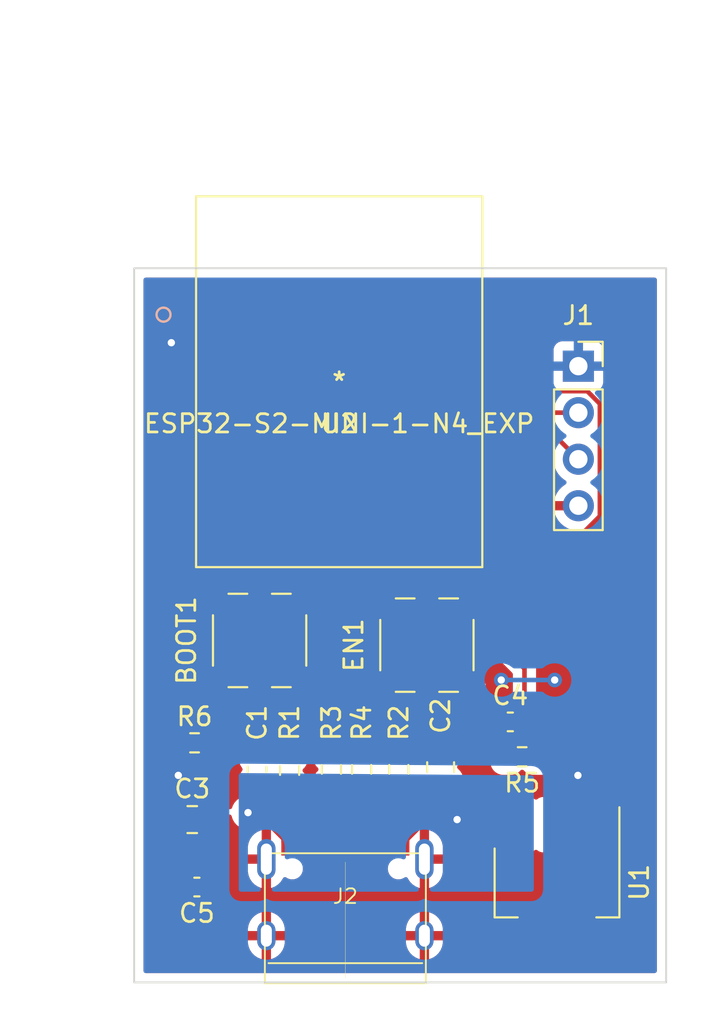
<source format=kicad_pcb>
(kicad_pcb (version 20211014) (generator pcbnew)
  (layers (0 "F.Cu" signal) (31 "B.Cu" signal) (34 "B.Paste" user) (35 "F.Paste" user) (36 "B.SilkS" user "B.Silkscreen") (37 "F.SilkS" user "F.Silkscreen") (38 "B.Mask" user) (39 "F.Mask" user) (44 "Edge.Cuts" user))
  (net 0 "")
  (net 1 "+5V")
  (net 2 "GND")
  (net 3 "+3V3")
  (net 4 "/ENABLE")
  (net 5 "/BOOT")
  (net 6 "Net-(J1-Pad2)")
  (net 7 "Net-(J1-Pad3)")
  (net 8 "Net-(J2-PadA5)")
  (net 9 "Net-(J2-PadA6)")
  (net 10 "Net-(J2-PadA7)")
  (net 12 "Net-(J2-PadB5)")
  (net 14 "USB_N")
  (net 15 "USB_P")
  (footprint "Resistor_SMD:R_0603_1608Metric" (layer "F.Cu") (at 153.543 122.301 180)
    (fp_text reference "R5" (at 0 -1.43) (layer "F.SilkS"))
    (fp_text value "10K")
    (fp_line (start -0.237258 0.5225) (end 0.237258 0.5225) (layer "F.SilkS") (width 0.12))
    (fp_line (start -0.237258 -0.5225) (end 0.237258 -0.5225) (layer "F.SilkS") (width 0.12))
    (pad "1" smd roundrect (at -0.825 0 180) (size 0.8 0.95) (layers "F.Cu" "F.Paste" "F.Mask") (net 3 "+3V3"))
    (pad "2" smd roundrect (at 0.825 0 180) (size 0.8 0.95) (layers "F.Cu" "F.Paste" "F.Mask") (net 4 "/ENABLE"))
  )
  (footprint "Capacitor_SMD:C_0805_2012Metric" (layer "F.Cu") (at 149.086 122.861 90)
    (fp_text reference "C2" (at 2.794 0 90) (layer "F.SilkS"))
    (fp_text value "10uF")
    (fp_line (start -0.261252 0.735) (end 0.261252 0.735) (layer "F.SilkS") (width 0.12))
    (fp_line (start -0.261252 -0.735) (end 0.261252 -0.735) (layer "F.SilkS") (width 0.12))
    (pad "1" smd roundrect (at -0.95 0 90) (size 1 1.45) (layers "F.Cu" "F.Paste" "F.Mask") (net 1 "+5V"))
    (pad "2" smd roundrect (at 0.95 0 90) (size 1 1.45) (layers "F.Cu" "F.Paste" "F.Mask") (net 2 "GND"))
  )
  (footprint "Capacitor_SMD:C_0603_1608Metric" (layer "F.Cu") (at 135.763 129.413 180)
    (fp_text reference "C5" (at 0 -1.43) (layer "F.SilkS"))
    (fp_text value "0.1uF")
    (fp_line (start -0.14058 0.51) (end 0.14058 0.51) (layer "F.SilkS") (width 0.12))
    (fp_line (start -0.14058 -0.51) (end 0.14058 -0.51) (layer "F.SilkS") (width 0.12))
    (pad "1" smd roundrect (at -0.775 0 180) (size 0.9 0.95) (layers "F.Cu" "F.Paste" "F.Mask") (net 2 "GND"))
    (pad "2" smd roundrect (at 0.775 0 180) (size 0.9 0.95) (layers "F.Cu" "F.Paste" "F.Mask") (net 5 "/BOOT"))
  )
  (footprint "Resistor_SMD:R_0603_1608Metric" (layer "F.Cu") (at 135.636 121.539)
    (fp_text reference "R6" (at 0 -1.43) (layer "F.SilkS"))
    (fp_text value "10K")
    (fp_line (start -0.237258 0.5225) (end 0.237258 0.5225) (layer "F.SilkS") (width 0.12))
    (fp_line (start -0.237258 -0.5225) (end 0.237258 -0.5225) (layer "F.SilkS") (width 0.12))
    (pad "1" smd roundrect (at -0.825 0) (size 0.8 0.95) (layers "F.Cu" "F.Paste" "F.Mask") (net 3 "+3V3"))
    (pad "2" smd roundrect (at 0.825 0) (size 0.8 0.95) (layers "F.Cu" "F.Paste" "F.Mask") (net 5 "/BOOT"))
  )
  (footprint "Package_TO_SOT_SMD:SOT-223" (layer "F.Cu") (at 155.448 129.159 -90)
    (fp_text reference "U1" (at 0 -4.5 90) (layer "F.SilkS"))
    (fp_text value "LM1117-3.3")
    (fp_line (start -1.85 3.41) (end 1.91 3.41) (layer "F.SilkS") (width 0.12))
    (fp_line (start 1.91 3.41) (end 1.91 2.15) (layer "F.SilkS") (width 0.12))
    (fp_line (start 1.91 -3.41) (end 1.91 -2.15) (layer "F.SilkS") (width 0.12))
    (fp_line (start -4.1 -3.41) (end 1.91 -3.41) (layer "F.SilkS") (width 0.12))
    (pad "1" smd rect (at -3.15 -2.3 270) (size 2 1.5) (layers "F.Cu" "F.Paste" "F.Mask") (net 2 "GND"))
    (pad "2" smd rect (at -3.15 0 270) (size 2 1.5) (layers "F.Cu" "F.Paste" "F.Mask") (net 3 "+3V3"))
    (pad "3" smd rect (at -3.15 2.3 270) (size 2 1.5) (layers "F.Cu" "F.Paste" "F.Mask") (net 1 "+5V"))
    (pad "4" smd rect (at 3.15 0 270) (size 2 3.8) (layers "F.Cu" "F.Paste" "F.Mask"))
  )
  (footprint "Connector_PinSocket_2.54mm:PinSocket_1x04_P2.54mm_Vertical" (layer "F.Cu") (at 156.616 100.975)
    (fp_text reference "J1" (at 0 -2.77) (layer "F.SilkS"))
    (fp_text value "Conn_01x04_Male")
    (fp_line (start -1.33 8.95) (end 1.33 8.95) (layer "F.SilkS") (width 0.12))
    (fp_line (start -1.33 1.27) (end -1.33 8.95) (layer "F.SilkS") (width 0.12))
    (fp_line (start -1.33 1.27) (end 1.33 1.27) (layer "F.SilkS") (width 0.12))
    (fp_line (start 1.33 -1.33) (end 1.33 0) (layer "F.SilkS") (width 0.12))
    (fp_line (start 1.33 1.27) (end 1.33 8.95) (layer "F.SilkS") (width 0.12))
    (fp_line (start 0 -1.33) (end 1.33 -1.33) (layer "F.SilkS") (width 0.12))
    (pad "1" thru_hole rect (at 0 0) (size 1.7 1.7) (drill 1) (layers *.Cu *.Mask) (net 3 "+3V3"))
    (pad "2" thru_hole oval (at 0 2.54) (size 1.7 1.7) (drill 1) (layers *.Cu *.Mask) (net 6 "Net-(J1-Pad2)"))
    (pad "3" thru_hole oval (at 0 5.08) (size 1.7 1.7) (drill 1) (layers *.Cu *.Mask) (net 7 "Net-(J1-Pad3)"))
    (pad "4" thru_hole oval (at 0 7.62) (size 1.7 1.7) (drill 1) (layers *.Cu *.Mask) (net 2 "GND"))
  )
  (footprint "USB-C-Power-tester:TYPE-C-31-M-12" (layer "F.Cu") (at 143.879 132.0685)
    (fp_text reference "J2" (at 0 -2.15 -180) (layer "F.SilkS") (effects (font (size 0.8 0.8) (thickness 0.1))))
    (fp_text value "USB_C_Receptacle_USB2.0")
    (fp_line (start -4.4 -4.5) (end -4.4 2.6) (layer "F.SilkS") (width 0.1))
    (fp_line (start -4.4 -4.5) (end 4.4 -4.5) (layer "F.SilkS") (width 0.1))
    (fp_line (start 4.4 2.6) (end -4.4 2.6) (layer "F.SilkS") (width 0.1))
    (fp_line (start 0 -4.02) (end 0 2.3) (layer "F.SilkS") (width 0.02))
    (fp_line (start 4.2 1.5) (end -4.2 1.5) (layer "F.SilkS") (width 0.1))
    (fp_line (start 4.4 -4.5) (end 4.4 2.6) (layer "F.SilkS") (width 0.1))
    (pad "" np_thru_hole circle (at -2.9 -3.65) (size 0.65 0.65) (drill 0.65) (layers *.Cu *.Mask) (clearance 0.01))
    (pad "" np_thru_hole circle (at 2.9 -3.65) (size 0.65 0.65) (drill 0.65) (layers *.Cu *.Mask) (clearance 0.01))
    (pad "A1" smd rect (at -3.375 -5.1) (size 0.25 1.45) (layers "F.Cu" "F.Paste" "F.Mask") (net 2 "GND"))
    (pad "A4" smd rect (at -2.575 -5.1) (size 0.25 1.45) (layers "F.Cu" "F.Paste" "F.Mask") (net 1 "+5V"))
    (pad "A5" smd rect (at -1.25 -5.1) (size 0.25 1.45) (layers "F.Cu" "F.Paste" "F.Mask") (net 8 "Net-(J2-PadA5)"))
    (pad "A6" smd rect (at -0.25 -5.1) (size 0.25 1.45) (layers "F.Cu" "F.Paste" "F.Mask") (net 9 "Net-(J2-PadA6)"))
    (pad "A7" smd rect (at 0.25 -5.1) (size 0.25 1.45) (layers "F.Cu" "F.Paste" "F.Mask") (net 10 "Net-(J2-PadA7)"))
    (pad "A8" smd rect (at 1.25 -5.1) (size 0.25 1.45) (layers "F.Cu" "F.Paste" "F.Mask"))
    (pad "A9" smd rect (at 2.575 -5.1) (size 0.25 1.45) (layers "F.Cu" "F.Paste" "F.Mask") (net 1 "+5V"))
    (pad "A12" smd rect (at 3.375 -5.1) (size 0.25 1.45) (layers "F.Cu" "F.Paste" "F.Mask") (net 2 "GND"))
    (pad "B1" smd rect (at 3.1 -5.1) (size 0.3 1.45) (layers "F.Cu" "F.Paste" "F.Mask") (net 2 "GND"))
    (pad "B4" smd rect (at 2.3 -5.1) (size 0.3 1.45) (layers "F.Cu" "F.Paste" "F.Mask") (net 1 "+5V"))
    (pad "B5" smd rect (at 1.75 -5.1) (size 0.25 1.45) (layers "F.Cu" "F.Paste" "F.Mask") (net 12 "Net-(J2-PadB5)"))
    (pad "B6" smd rect (at 0.75 -5.1) (size 0.25 1.45) (layers "F.Cu" "F.Paste" "F.Mask") (net 9 "Net-(J2-PadA6)"))
    (pad "B7" smd rect (at -0.75 -5.1) (size 0.25 1.45) (layers "F.Cu" "F.Paste" "F.Mask") (net 10 "Net-(J2-PadA7)"))
    (pad "B8" smd rect (at -1.75 -5.1) (size 0.25 1.45) (layers "F.Cu" "F.Paste" "F.Mask"))
    (pad "B9" smd rect (at -2.3 -5.1) (size 0.3 1.45) (layers "F.Cu" "F.Paste" "F.Mask") (net 1 "+5V"))
    (pad "B12" smd rect (at -3.1 -5.1) (size 0.3 1.45) (layers "F.Cu" "F.Paste" "F.Mask") (net 2 "GND"))
    (pad "S1" thru_hole roundrect (at 4.32 0) (size 1 1.6) (drill oval 0.6 1.2) (layers *.Cu *.Mask) (roundrect_rratio 0.5) (net 2 "GND"))
    (pad "S1" thru_hole roundrect (at -4.32 0) (size 1 1.6) (drill oval 0.6 1.2) (layers *.Cu *.Mask) (roundrect_rratio 0.5) (net 2 "GND"))
    (pad "S1" thru_hole roundrect (at 4.32 -4.18) (size 1 2.2) (drill oval 0.6 1.7) (layers *.Cu *.Mask) (roundrect_rratio 0.5) (net 2 "GND"))
    (pad "S1" thru_hole roundrect (at -4.32 -4.18) (size 1 2.2) (drill oval 0.6 1.7) (layers *.Cu *.Mask) (roundrect_rratio 0.5) (net 2 "GND"))
  )
  (footprint "Capacitor_SMD:C_0805_2012Metric" (layer "F.Cu") (at 135.509 125.73)
    (fp_text reference "C3" (at 0 -1.68) (layer "F.SilkS"))
    (fp_text value "10uF")
    (fp_line (start -0.261252 -0.735) (end 0.261252 -0.735) (layer "F.SilkS") (width 0.12))
    (fp_line (start -0.261252 0.735) (end 0.261252 0.735) (layer "F.SilkS") (width 0.12))
    (pad "1" smd roundrect (at -0.95 0) (size 1 1.45) (layers "F.Cu" "F.Paste" "F.Mask") (net 3 "+3V3"))
    (pad "2" smd roundrect (at 0.95 0) (size 1 1.45) (layers "F.Cu" "F.Paste" "F.Mask") (net 2 "GND"))
  )
  (footprint "Capacitor_SMD:C_0603_1608Metric" (layer "F.Cu") (at 152.895 120.396)
    (fp_text reference "C4" (at 0 -1.43) (layer "F.SilkS"))
    (fp_text value "0.1uF")
    (fp_line (start -0.14058 0.51) (end 0.14058 0.51) (layer "F.SilkS") (width 0.12))
    (fp_line (start -0.14058 -0.51) (end 0.14058 -0.51) (layer "F.SilkS") (width 0.12))
    (pad "1" smd roundrect (at -0.775 0) (size 0.9 0.95) (layers "F.Cu" "F.Paste" "F.Mask") (net 2 "GND"))
    (pad "2" smd roundrect (at 0.775 0) (size 0.9 0.95) (layers "F.Cu" "F.Paste" "F.Mask") (net 4 "/ENABLE"))
  )
  (footprint "Resistor_SMD:R_0603_1608Metric" (layer "F.Cu") (at 140.831 123.051 -90)
    (fp_text reference "R1" (at -2.603 0 90) (layer "F.SilkS"))
    (fp_text value "5.1K")
    (fp_line (start -0.237258 -0.5225) (end 0.237258 -0.5225) (layer "F.SilkS") (width 0.12))
    (fp_line (start -0.237258 0.5225) (end 0.237258 0.5225) (layer "F.SilkS") (width 0.12))
    (pad "1" smd roundrect (at -0.825 0 270) (size 0.8 0.95) (layers "F.Cu" "F.Paste" "F.Mask") (net 2 "GND"))
    (pad "2" smd roundrect (at 0.825 0 270) (size 0.8 0.95) (layers "F.Cu" "F.Paste" "F.Mask") (net 8 "Net-(J2-PadA5)"))
  )
  (footprint "Resistor_SMD:R_0603_1608Metric" (layer "F.Cu") (at 143.117 122.988 -90)
    (fp_text reference "R3" (at -2.54 0 90) (layer "F.SilkS"))
    (fp_text value "33R")
    (fp_line (start -0.237258 0.5225) (end 0.237258 0.5225) (layer "F.SilkS") (width 0.12))
    (fp_line (start -0.237258 -0.5225) (end 0.237258 -0.5225) (layer "F.SilkS") (width 0.12))
    (pad "1" smd roundrect (at -0.825 0 270) (size 0.8 0.95) (layers "F.Cu" "F.Paste" "F.Mask") (net 14 "USB_N"))
    (pad "2" smd roundrect (at 0.825 0 270) (size 0.8 0.95) (layers "F.Cu" "F.Paste" "F.Mask") (net 10 "Net-(J2-PadA7)"))
  )
  (footprint "Button_Switch_SMD:SW_SPST_Panasonic_EVQPL_3PL_5PL_PT_A08" (layer "F.Cu") (at 139.192 115.951 90)
    (fp_text reference "BOOT1" (at 0 -4 90) (layer "F.SilkS"))
    (fp_text value "SW_Push")
    (fp_line (start -1.375 -2.55) (end 1.375 -2.55) (layer "F.SilkS") (width 0.12))
    (fp_line (start 2.55 0.675) (end 2.55 1.7) (layer "F.SilkS") (width 0.12))
    (fp_line (start 2.55 -1.7) (end 2.55 -0.675) (layer "F.SilkS") (width 0.12))
    (fp_line (start -1.375 2.55) (end 1.375 2.55) (layer "F.SilkS") (width 0.12))
    (fp_line (start -2.55 -1.7) (end -2.55 -0.675) (layer "F.SilkS") (width 0.12))
    (fp_line (start -2.55 0.675) (end -2.55 1.7) (layer "F.SilkS") (width 0.12))
    (pad "0" smd rect (at -2.525 0 90) (size 0.45 1) (layers "F.Cu" "F.Paste" "F.Mask"))
    (pad "0" smd rect (at 2.525 0 90) (size 0.45 1) (layers "F.Cu" "F.Paste" "F.Mask"))
    (pad "1" smd rect (at -1.85 2.2 90) (size 0.6 1) (layers "F.Cu" "F.Paste" "F.Mask") (net 2 "GND"))
    (pad "1" smd rect (at -1.85 -2.2 90) (size 0.6 1) (layers "F.Cu" "F.Paste" "F.Mask") (net 2 "GND"))
    (pad "2" smd rect (at 1.85 2.2 90) (size 0.6 1) (layers "F.Cu" "F.Paste" "F.Mask") (net 5 "/BOOT"))
    (pad "2" smd rect (at 1.85 -2.2 90) (size 0.6 1) (layers "F.Cu" "F.Paste" "F.Mask") (net 5 "/BOOT"))
  )
  (footprint "footprints:ESP32-S2-MINI-1-N4" (layer "F.Cu") (at 143.5412 101.8249)
    (fp_text reference "U2" (at 0 2.288515) (layer "F.SilkS"))
    (fp_text value "ESP32-S2-MINI-1-N4_EXP" (at 0 2.288515) (layer "F.SilkS"))
    (fp_text user "*" (at 0 0) (layer "F.SilkS"))
    (fp_circle (center -9.6012 -3.661486) (end -9.2202 -3.661486) (layer "B.SilkS") (width 0.12) (fill none))
    (fp_line (start 7.8232 -10.1219) (end -7.8232 -10.1219) (layer "F.SilkS") (width 0.12))
    (fp_line (start 7.8232 10.1219) (end 7.8232 -10.1219) (layer "F.SilkS") (width 0.12))
    (fp_line (start -7.8232 10.1219) (end 7.8232 10.1219) (layer "F.SilkS") (width 0.12))
    (fp_line (start -7.8232 -10.1219) (end -7.8232 10.1219) (layer "F.SilkS") (width 0.12))
    (fp_circle (center -9.6012 -3.661486) (end -9.2202 -3.661486) (layer "F.SilkS") (width 0.12) (fill none))
    (pad "1" smd rect (at -6.999999 -3.661486) (size 0.8128 0.4064) (layers "F.Cu" "F.Paste" "F.Mask") (net 2 "GND"))
    (pad "2" smd rect (at -6.999999 -2.811485) (size 0.8128 0.4064) (layers "F.Cu" "F.Paste" "F.Mask") (net 2 "GND"))
    (pad "3" smd rect (at -6.999999 -1.961485) (size 0.8128 0.4064) (layers "F.Cu" "F.Paste" "F.Mask") (net 3 "+3V3"))
    (pad "4" smd rect (at -6.999999 -1.111486) (size 0.8128 0.4064) (layers "F.Cu" "F.Paste" "F.Mask") (net 5 "/BOOT"))
    (pad "5" smd rect (at -6.999999 -0.261485) (size 0.8128 0.4064) (layers "F.Cu" "F.Paste" "F.Mask"))
    (pad "6" smd rect (at -6.999999 0.588515) (size 0.8128 0.4064) (layers "F.Cu" "F.Paste" "F.Mask"))
    (pad "7" smd rect (at -6.999999 1.438514) (size 0.8128 0.4064) (layers "F.Cu" "F.Paste" "F.Mask"))
    (pad "8" smd rect (at -6.999999 2.288515) (size 0.8128 0.4064) (layers "F.Cu" "F.Paste" "F.Mask"))
    (pad "9" smd rect (at -6.999999 3.138515) (size 0.8128 0.4064) (layers "F.Cu" "F.Paste" "F.Mask"))
    (pad "10" smd rect (at -6.999999 3.988514) (size 0.8128 0.4064) (layers "F.Cu" "F.Paste" "F.Mask"))
    (pad "11" smd rect (at -6.999999 4.838515) (size 0.8128 0.4064) (layers "F.Cu" "F.Paste" "F.Mask"))
    (pad "12" smd rect (at -6.999999 5.688515) (size 0.8128 0.4064) (layers "F.Cu" "F.Paste" "F.Mask"))
    (pad "13" smd rect (at -6.999999 6.538514) (size 0.8128 0.4064) (layers "F.Cu" "F.Paste" "F.Mask"))
    (pad "14" smd rect (at -6.999999 7.388515) (size 0.8128 0.4064) (layers "F.Cu" "F.Paste" "F.Mask"))
    (pad "15" smd rect (at -6.999999 8.238515) (size 0.8128 0.4064) (layers "F.Cu" "F.Paste" "F.Mask"))
    (pad "16" smd rect (at -5.950001 9.288513) (size 0.4064 0.8128) (layers "F.Cu" "F.Paste" "F.Mask"))
    (pad "17" smd rect (at -5.1 9.288513) (size 0.4064 0.8128) (layers "F.Cu" "F.Paste" "F.Mask"))
    (pad "18" smd rect (at -4.249999 9.288513) (size 0.4064 0.8128) (layers "F.Cu" "F.Paste" "F.Mask"))
    (pad "19" smd rect (at -3.400001 9.288513) (size 0.4064 0.8128) (layers "F.Cu" "F.Paste" "F.Mask"))
    (pad "20" smd rect (at -2.55 9.288513) (size 0.4064 0.8128) (layers "F.Cu" "F.Paste" "F.Mask"))
    (pad "21" smd rect (at -1.699999 9.288513) (size 0.4064 0.8128) (layers "F.Cu" "F.Paste" "F.Mask"))
    (pad "22" smd rect (at -0.850001 9.288513) (size 0.4064 0.8128) (layers "F.Cu" "F.Paste" "F.Mask"))
    (pad "23" smd rect (at 0 9.288513) (size 0.4064 0.8128) (layers "F.Cu" "F.Paste" "F.Mask") (net 14 "USB_N"))
    (pad "24" smd rect (at 0.850001 9.288513) (size 0.4064 0.8128) (layers "F.Cu" "F.Paste" "F.Mask") (net 15 "USB_P"))
    (pad "25" smd rect (at 1.699999 9.288513) (size 0.4064 0.8128) (layers "F.Cu" "F.Paste" "F.Mask"))
    (pad "26" smd rect (at 2.55 9.288513) (size 0.4064 0.8128) (layers "F.Cu" "F.Paste" "F.Mask"))
    (pad "27" smd rect (at 3.400001 9.288513) (size 0.4064 0.8128) (layers "F.Cu" "F.Paste" "F.Mask"))
    (pad "28" smd rect (at 4.249999 9.288513) (size 0.4064 0.8128) (layers "F.Cu" "F.Paste" "F.Mask"))
    (pad "29" smd rect (at 5.1 9.288513) (size 0.4064 0.8128) (layers "F.Cu" "F.Paste" "F.Mask"))
    (pad "30" smd rect (at 5.950001 9.288513) (size 0.4064 0.8128) (layers "F.Cu" "F.Paste" "F.Mask") (net 2 "GND"))
    (pad "31" smd rect (at 6.999999 8.238515) (size 0.8128 0.4064) (layers "F.Cu" "F.Paste" "F.Mask"))
    (pad "32" smd rect (at 6.999999 7.388515) (size 0.8128 0.4064) (layers "F.Cu" "F.Paste" "F.Mask"))
    (pad "33" smd rect (at 6.999999 6.538514) (size 0.8128 0.4064) (layers "F.Cu" "F.Paste" "F.Mask"))
    (pad "34" smd rect (at 6.999999 5.688515) (size 0.8128 0.4064) (layers "F.Cu" "F.Paste" "F.Mask"))
    (pad "35" smd rect (at 6.999999 4.838515) (size 0.8128 0.4064) (layers "F.Cu" "F.Paste" "F.Mask"))
    (pad "36" smd rect (at 6.999999 3.988514) (size 0.8128 0.4064) (layers "F.Cu" "F.Paste" "F.Mask"))
    (pad "37" smd rect (at 6.999999 3.138515) (size 0.8128 0.4064) (layers "F.Cu" "F.Paste" "F.Mask"))
    (pad "38" smd rect (at 6.999999 2.288515) (size 0.8128 0.4064) (layers "F.Cu" "F.Paste" "F.Mask"))
    (pad "39" smd rect (at 6.999999 1.438514) (size 0.8128 0.4064) (layers "F.Cu" "F.Paste" "F.Mask") (net 7 "Net-(J1-Pad3)"))
    (pad "40" smd rect (at 6.999999 0.588515) (size 0.8128 0.4064) (layers "F.Cu" "F.Paste" "F.Mask") (net 6 "Net-(J1-Pad2)"))
    (pad "41" smd rect (at 6.999999 -0.261485) (size 0.8128 0.4064) (layers "F.Cu" "F.Paste" "F.Mask"))
    (pad "42" smd rect (at 6.999999 -1.111486) (size 0.8128 0.4064) (layers "F.Cu" "F.Paste" "F.Mask") (net 2 "GND"))
    (pad "43" smd rect (at 6.999999 -1.961485) (size 0.8128 0.4064) (layers "F.Cu" "F.Paste" "F.Mask") (net 2 "GND"))
    (pad "44" smd rect (at 6.999999 -2.811485) (size 0.8128 0.4064) (layers "F.Cu" "F.Paste" "F.Mask"))
    (pad "45" smd rect (at 6.999999 -3.661486) (size 0.8128 0.4064) (layers "F.Cu" "F.Paste" "F.Mask") (net 4 "/ENABLE"))
    (pad "46" smd rect (at 5.950001 -4.711484) (size 0.4064 0.8128) (layers "F.Cu" "F.Paste" "F.Mask") (net 2 "GND"))
    (pad "47" smd rect (at 5.1 -4.711484) (size 0.4064 0.8128) (layers "F.Cu" "F.Paste" "F.Mask") (net 2 "GND"))
    (pad "48" smd rect (at 4.249999 -4.711484) (size 0.4064 0.8128) (layers "F.Cu" "F.Paste" "F.Mask") (net 2 "GND"))
    (pad "49" smd rect (at 3.400001 -4.711484) (size 0.4064 0.8128) (layers "F.Cu" "F.Paste" "F.Mask") (net 2 "GND"))
    (pad "50" smd rect (at 2.55 -4.711484) (size 0.4064 0.8128) (layers "F.Cu" "F.Paste" "F.Mask") (net 2 "GND"))
    (pad "51" smd rect (at 1.699999 -4.711484) (size 0.4064 0.8128) (layers "F.Cu" "F.Paste" "F.Mask") (net 2 "GND"))
    (pad "52" smd rect (at 0.850001 -4.711484) (size 0.4064 0.8128) (layers "F.Cu" "F.Paste" "F.Mask") (net 2 "GND"))
    (pad "53" smd rect (at 0 -4.711484) (size 0.4064 0.8128) (layers "F.Cu" "F.Paste" "F.Mask") (net 2 "GND"))
    (pad "54" smd rect (at -0.850001 -4.711484) (size 0.4064 0.8128) (layers "F.Cu" "F.Paste" "F.Mask") (net 2 "GND"))
    (pad "55" smd rect (at -1.699999 -4.711484) (size 0.4064 0.8128) (layers "F.Cu" "F.Paste" "F.Mask") (net 2 "GND"))
    (pad "56" smd rect (at -2.55 -4.711484) (size 0.4064 0.8128) (layers "F.Cu" "F.Paste" "F.Mask") (net 2 "GND"))
    (pad "57" smd rect (at -3.400001 -4.711484) (size 0.4064 0.8128) (layers "F.Cu" "F.Paste" "F.Mask") (net 2 "GND"))
    (pad "58" smd rect (at -4.249999 -4.711484) (size 0.4064 0.8128) (layers "F.Cu" "F.Paste" "F.Mask") (net 2 "GND"))
    (pad "59" smd rect (at -5.1 -4.711484) (size 0.4064 0.8128) (layers "F.Cu" "F.Paste" "F.Mask") (net 2 "GND"))
    (pad "60" smd rect (at -5.950001 -4.711484) (size 0.4064 0.8128) (layers "F.Cu" "F.Paste" "F.Mask") (net 2 "GND"))
    (pad "61" smd rect (at 0 2.288515) (size 1.1938 1.1938) (layers "F.Cu" "F.Paste" "F.Mask") (net 2 "GND"))
    (pad "62" smd rect (at -6.999999 -4.711484) (size 0.8128 0.8128) (layers "F.Cu" "F.Paste" "F.Mask") (net 2 "GND"))
    (pad "63" smd rect (at -6.999999 9.288516) (size 0.8128 0.8128) (layers "F.Cu" "F.Paste" "F.Mask") (net 2 "GND"))
    (pad "64" smd rect (at 6.999999 9.288516) (size 0.8128 0.8128) (layers "F.Cu" "F.Paste" "F.Mask") (net 2 "GND"))
    (pad "65" smd rect (at 6.999999 -4.711484) (size 0.8128 0.8128) (layers "F.Cu" "F.Paste" "F.Mask") (net 2 "GND"))
    (pad "66" smd rect (at -1.65 0.638515) (size 1.1938 1.1938) (layers "F.Cu" "F.Paste" "F.Mask") (net 2 "GND"))
    (pad "67" smd rect (at 0 0.638515) (size 1.1938 1.1938) (layers "F.Cu" "F.Paste" "F.Mask") (net 2 "GND"))
    (pad "68" smd rect (at 1.65 0.638515) (size 1.1938 1.1938) (layers "F.Cu" "F.Paste" "F.Mask") (net 2 "GND"))
    (pad "69" smd rect (at -1.65 2.288515) (size 1.1938 1.1938) (layers "F.Cu" "F.Paste" "F.Mask") (net 2 "GND"))
    (pad "70" smd rect (at 1.65 2.288515) (size 1.1938 1.1938) (layers "F.Cu" "F.Paste" "F.Mask") (net 2 "GND"))
    (pad "71" smd rect (at -1.65 3.938515) (size 1.1938 1.1938) (layers "F.Cu" "F.Paste" "F.Mask") (net 2 "GND"))
    (pad "72" smd rect (at 0 3.938515) (size 1.1938 1.1938) (layers "F.Cu" "F.Paste" "F.Mask") (net 2 "GND"))
    (pad "73" smd rect (at 1.65 3.938515) (size 1.1938 1.1938) (layers "F.Cu" "F.Paste" "F.Mask") (net 2 "GND"))
  )
  (footprint "Capacitor_SMD:C_0603_1608Metric" (layer "F.Cu") (at 139.053 122.988 90)
    (fp_text reference "C1" (at 2.54 0 90) (layer "F.SilkS"))
    (fp_text value "0.1uF")
    (fp_line (start -0.14058 0.51) (end 0.14058 0.51) (layer "F.SilkS") (width 0.12))
    (fp_line (start -0.14058 -0.51) (end 0.14058 -0.51) (layer "F.SilkS") (width 0.12))
    (pad "1" smd roundrect (at -0.775 0 90) (size 0.9 0.95) (layers "F.Cu" "F.Paste" "F.Mask") (net 1 "+5V"))
    (pad "2" smd roundrect (at 0.775 0 90) (size 0.9 0.95) (layers "F.Cu" "F.Paste" "F.Mask") (net 2 "GND"))
  )
  (footprint "Resistor_SMD:R_0603_1608Metric" (layer "F.Cu") (at 146.8 122.988 -90)
    (fp_text reference "R2" (at -2.54 0 90) (layer "F.SilkS"))
    (fp_text value "5.1K")
    (fp_line (start -0.237258 0.5225) (end 0.237258 0.5225) (layer "F.SilkS") (width 0.12))
    (fp_line (start -0.237258 -0.5225) (end 0.237258 -0.5225) (layer "F.SilkS") (width 0.12))
    (pad "1" smd roundrect (at -0.825 0 270) (size 0.8 0.95) (layers "F.Cu" "F.Paste" "F.Mask") (net 2 "GND"))
    (pad "2" smd roundrect (at 0.825 0 270) (size 0.8 0.95) (layers "F.Cu" "F.Paste" "F.Mask") (net 12 "Net-(J2-PadB5)"))
  )
  (footprint "Button_Switch_SMD:SW_SPST_Panasonic_EVQPL_3PL_5PL_PT_A08" (layer "F.Cu") (at 148.336 116.205 90)
    (fp_text reference "EN1" (at 0 -4 90) (layer "F.SilkS"))
    (fp_text value "SW_Push")
    (fp_line (start -2.55 -1.7) (end -2.55 -0.675) (layer "F.SilkS") (width 0.12))
    (fp_line (start 2.55 0.675) (end 2.55 1.7) (layer "F.SilkS") (width 0.12))
    (fp_line (start -2.55 0.675) (end -2.55 1.7) (layer "F.SilkS") (width 0.12))
    (fp_line (start -1.375 -2.55) (end 1.375 -2.55) (layer "F.SilkS") (width 0.12))
    (fp_line (start 2.55 -1.7) (end 2.55 -0.675) (layer "F.SilkS") (width 0.12))
    (fp_line (start -1.375 2.55) (end 1.375 2.55) (layer "F.SilkS") (width 0.12))
    (pad "0" smd rect (at -2.525 0 90) (size 0.45 1) (layers "F.Cu" "F.Paste" "F.Mask"))
    (pad "0" smd rect (at 2.525 0 90) (size 0.45 1) (layers "F.Cu" "F.Paste" "F.Mask"))
    (pad "1" smd rect (at -1.85 -2.2 90) (size 0.6 1) (layers "F.Cu" "F.Paste" "F.Mask") (net 2 "GND"))
    (pad "1" smd rect (at -1.85 2.2 90) (size 0.6 1) (layers "F.Cu" "F.Paste" "F.Mask") (net 2 "GND"))
    (pad "2" smd rect (at 1.85 -2.2 90) (size 0.6 1) (layers "F.Cu" "F.Paste" "F.Mask") (net 4 "/ENABLE"))
    (pad "2" smd rect (at 1.85 2.2 90) (size 0.6 1) (layers "F.Cu" "F.Paste" "F.Mask") (net 4 "/ENABLE"))
  )
  (footprint "Resistor_SMD:R_0603_1608Metric" (layer "F.Cu") (at 144.768 122.988 -90)
    (fp_text reference "R4" (at -2.54 0 90) (layer "F.SilkS"))
    (fp_text value "33R")
    (fp_line (start -0.237258 -0.5225) (end 0.237258 -0.5225) (layer "F.SilkS") (width 0.12))
    (fp_line (start -0.237258 0.5225) (end 0.237258 0.5225) (layer "F.SilkS") (width 0.12))
    (pad "1" smd roundrect (at -0.825 0 270) (size 0.8 0.95) (layers "F.Cu" "F.Paste" "F.Mask") (net 15 "USB_P"))
    (pad "2" smd roundrect (at 0.825 0 270) (size 0.8 0.95) (layers "F.Cu" "F.Paste" "F.Mask") (net 9 "Net-(J2-PadA6)"))
  )
  (gr_rect (start 132.334 95.631) (end 161.417 134.62) (layer "Edge.Cuts") (width 0.1) (fill none))
  (segment (start 139.447 123.763) (end 139.053 123.763) (width 0.25) (layer "F.Cu") (net 1))
  (segment (start 139.053 123.763) (end 139.053 124.853) (width 0.25) (layer "F.Cu") (net 1))
  (segment (start 148.447218 123.811) (end 149.086 123.811) (width 0.25) (layer "F.Cu") (net 1))
  (segment (start 149.086 124.829) (end 149.987 125.73) (width 0.25) (layer "F.Cu") (net 1))
  (segment (start 146.179 126.9685) (end 146.179 126.079218) (width 0.25) (layer "F.Cu") (net 1))
  (segment (start 146.454 126.9685) (end 146.454 127.5685) (width 0.25) (layer "F.Cu") (net 1))
  (segment (start 141.593 125.909) (end 139.447 123.763) (width 0.25) (layer "F.Cu") (net 1))
  (segment (start 153.148 126.009) (end 150.266 126.009) (width 0.25) (layer "F.Cu") (net 1))
  (segment (start 141.579 126.9685) (end 141.579 125.923) (width 0.25) (layer "F.Cu") (net 1))
  (segment (start 141.339 127.677522) (end 141.339 126.049) (width 0.25) (layer "F.Cu") (net 1))
  (segment (start 139.053 124.853) (end 138.557 125.349) (width 0.25) (layer "F.Cu") (net 1))
  (segment (start 146.454 126.128) (end 148.771 123.811) (width 0.25) (layer "F.Cu") (net 1))
  (segment (start 146.179 126.079218) (end 148.447218 123.811) (width 0.25) (layer "F.Cu") (net 1))
  (segment (start 141.339 126.049) (end 139.053 123.763) (width 0.25) (layer "F.Cu") (net 1))
  (segment (start 141.579 125.923) (end 141.593 125.909) (width 0.25) (layer "F.Cu") (net 1))
  (segment (start 146.454 126.9685) (end 146.454 126.128) (width 0.25) (layer "F.Cu") (net 1))
  (segment (start 149.086 123.811) (end 149.086 124.829) (width 0.25) (layer "F.Cu") (net 1))
  (segment (start 150.266 126.009) (end 149.987 125.73) (width 0.25) (layer "F.Cu") (net 1))
  (segment (start 148.771 123.811) (end 149.086 123.811) (width 0.25) (layer "F.Cu") (net 1))
  (via (at 138.557 125.349) (size 0.8) (drill 0.4) (layers "F.Cu" "B.Cu") (net 1))
  (via (at 149.987 125.73) (size 0.8) (drill 0.4) (layers "F.Cu" "B.Cu") (net 1))
  (segment (start 140.779 126.9685) (end 140.779 126.555) (width 0.25) (layer "F.Cu") (net 2))
  (segment (start 140.504 126.788) (end 139.7 125.984) (width 0.25) (layer "F.Cu") (net 2))
  (segment (start 146.979 126.706) (end 148.082 125.603) (width 0.25) (layer "F.Cu") (net 2))
  (segment (start 147.254 126.812) (end 148.082 125.984) (width 0.25) (layer "F.Cu") (net 2))
  (segment (start 140.504 126.9685) (end 140.504 126.788) (width 0.25) (layer "F.Cu") (net 2))
  (segment (start 146.979 126.9685) (end 146.979 126.706) (width 0.25) (layer "F.Cu") (net 2))
  (segment (start 147.254 126.9685) (end 147.254 126.812) (width 0.25) (layer "F.Cu") (net 2))
  (segment (start 152.345 118.055) (end 152.4 118.11) (width 0.25) (layer "F.Cu") (net 2))
  (segment (start 140.779 126.555) (end 139.827 125.603) (width 0.25) (layer "F.Cu") (net 2))
  (segment (start 150.536 118.055) (end 152.345 118.055) (width 0.25) (layer "F.Cu") (net 2))
  (via (at 152.4 118.11) (size 0.8) (drill 0.4) (layers "F.Cu" "B.Cu") (net 2))
  (via (at 155.321 118.11) (size 0.8) (drill 0.4) (layers "F.Cu" "B.Cu") (net 2))
  (segment (start 152.4 118.11) (end 155.194 118.11) (width 0.25) (layer "B.Cu") (net 2))
  (segment (start 155.194 118.11) (end 155.321 118.11) (width 0.25) (layer "B.Cu") (net 2))
  (segment (start 134.811 123.253) (end 134.747 123.317) (width 0.25) (layer "F.Cu") (net 3))
  (segment (start 136.541201 99.863415) (end 134.534415 99.863415) (width 0.25) (layer "F.Cu") (net 3))
  (segment (start 134.811 121.539) (end 134.811 123.253) (width 0.25) (layer "F.Cu") (net 3))
  (segment (start 134.559 123.505) (end 134.747 123.317) (width 0.25) (layer "F.Cu") (net 3))
  (segment (start 155.448 124.46) (end 156.591 123.317) (width 0.25) (layer "F.Cu") (net 3))
  (segment (start 155.448 126.009) (end 155.448 124.46) (width 0.25) (layer "F.Cu") (net 3))
  (segment (start 154.368 122.301) (end 155.575 122.301) (width 0.25) (layer "F.Cu") (net 3))
  (segment (start 134.559 125.73) (end 134.559 123.505) (width 0.25) (layer "F.Cu") (net 3))
  (segment (start 155.575 122.301) (end 156.591 123.317) (width 0.25) (layer "F.Cu") (net 3))
  (segment (start 134.534415 99.863415) (end 134.366 99.695) (width 0.25) (layer "F.Cu") (net 3))
  (via (at 134.747 123.317) (size 0.8) (drill 0.4) (layers "F.Cu" "B.Cu") (net 3))
  (via (at 156.591 123.317) (size 0.8) (drill 0.4) (layers "F.Cu" "B.Cu") (net 3))
  (via (at 134.366 99.695) (size 0.8) (drill 0.4) (layers "F.Cu" "B.Cu") (net 3))
  (segment (start 150.541199 98.163414) (end 150.94982 98.163414) (width 0.25) (layer "F.Cu") (net 4))
  (segment (start 152.718 121.348) (end 153.67 120.396) (width 0.25) (layer "F.Cu") (net 4))
  (segment (start 152.718 122.301) (end 152.718 121.348) (width 0.25) (layer "F.Cu") (net 4))
  (segment (start 157.790511 103.028501) (end 157.790511 109.163489) (width 0.25) (layer "F.Cu") (net 4))
  (segment (start 157.102499 102.340489) (end 157.790511 103.028501) (width 0.25) (layer "F.Cu") (net 4))
  (segment (start 153.67 117.489) (end 150.536 114.355) (width 0.25) (layer "F.Cu") (net 4))
  (segment (start 150.94982 98.163414) (end 155.126895 102.340489) (width 0.25) (layer "F.Cu") (net 4))
  (segment (start 152.599 114.355) (end 150.536 114.355) (width 0.25) (layer "F.Cu") (net 4))
  (segment (start 157.790511 109.163489) (end 152.599 114.355) (width 0.25) (layer "F.Cu") (net 4))
  (segment (start 155.126895 102.340489) (end 157.102499 102.340489) (width 0.25) (layer "F.Cu") (net 4))
  (segment (start 150.536 114.355) (end 146.136 114.355) (width 0.25) (layer "F.Cu") (net 4))
  (segment (start 153.67 120.396) (end 153.67 117.489) (width 0.25) (layer "F.Cu") (net 4))
  (segment (start 141.392 114.101) (end 136.992 114.101) (width 0.25) (layer "F.Cu") (net 5))
  (segment (start 136.461 121.539) (end 136.167489 121.245489) (width 0.25) (layer "F.Cu") (net 5))
  (segment (start 134.393737 120.73948) (end 135.66148 120.73948) (width 0.25) (layer "F.Cu") (net 5))
  (segment (start 135.81029 112.91929) (end 135.81029 101.035704) (width 0.25) (layer "F.Cu") (net 5))
  (segment (start 133.73448 128.15948) (end 133.73448 121.398737) (width 0.25) (layer "F.Cu") (net 5))
  (segment (start 136.167489 121.245489) (end 136.167489 114.925511) (width 0.25) (layer "F.Cu") (net 5))
  (segment (start 135.81029 101.035704) (end 136.13258 100.713414) (width 0.25) (layer "F.Cu") (net 5))
  (segment (start 136.13258 100.713414) (end 136.541201 100.713414) (width 0.25) (layer "F.Cu") (net 5))
  (segment (start 136.167489 114.925511) (end 136.992 114.101) (width 0.25) (layer "F.Cu") (net 5))
  (segment (start 134.988 129.413) (end 133.73448 128.15948) (width 0.25) (layer "F.Cu") (net 5))
  (segment (start 133.73448 121.398737) (end 134.393737 120.73948) (width 0.25) (layer "F.Cu") (net 5))
  (segment (start 136.992 114.101) (end 135.81029 112.91929) (width 0.25) (layer "F.Cu") (net 5))
  (segment (start 135.66148 120.73948) (end 136.461 121.539) (width 0.25) (layer "F.Cu") (net 5))
  (segment (start 154.569 103.515) (end 153.467415 102.413415) (width 0.25) (layer "F.Cu") (net 6))
  (segment (start 153.467415 102.413415) (end 150.541199 102.413415) (width 0.25) (layer "F.Cu") (net 6))
  (segment (start 156.616 103.515) (end 154.569 103.515) (width 0.25) (layer "F.Cu") (net 6))
  (segment (start 156.616 106.055) (end 155.082 104.521) (width 0.25) (layer "F.Cu") (net 7))
  (segment (start 152.539414 103.263414) (end 150.541199 103.263414) (width 0.25) (layer "F.Cu") (net 7))
  (segment (start 155.082 104.521) (end 153.797 104.521) (width 0.25) (layer "F.Cu") (net 7))
  (segment (start 153.797 104.521) (end 152.539414 103.263414) (width 0.25) (layer "F.Cu") (net 7))
  (segment (start 142.629 126.9685) (end 142.629 125.674) (width 0.25) (layer "F.Cu") (net 8))
  (segment (start 142.629 125.674) (end 140.831 123.876) (width 0.25) (layer "F.Cu") (net 8))
  (segment (start 144.629 125.159) (end 144.768 125.02) (width 0.25) (layer "F.Cu") (net 9))
  (segment (start 144.768 124.766) (end 144.768 123.813) (width 0.25) (layer "F.Cu") (net 9))
  (segment (start 143.629 126.9685) (end 143.629 125.278) (width 0.25) (layer "F.Cu") (net 9))
  (segment (start 143.625 125.274) (end 144.133 124.766) (width 0.25) (layer "F.Cu") (net 9))
  (segment (start 144.768 125.02) (end 144.768 124.766) (width 0.25) (layer "F.Cu") (net 9))
  (segment (start 143.629 125.278) (end 143.625 125.274) (width 0.25) (layer "F.Cu") (net 9))
  (segment (start 144.629 126.9685) (end 144.629 125.159) (width 0.25) (layer "F.Cu") (net 9))
  (segment (start 144.133 124.766) (end 144.768 124.766) (width 0.25) (layer "F.Cu") (net 9))
  (segment (start 143.129 126.9685) (end 143.129 123.825) (width 0.25) (layer "F.Cu") (net 10))
  (segment (start 144.129 127.967522) (end 144.129 126.9685) (width 0.25) (layer "F.Cu") (net 10))
  (segment (start 143.179489 128.018011) (end 144.078511 128.018011) (width 0.25) (layer "F.Cu") (net 10))
  (segment (start 143.129 126.9685) (end 143.129 127.967522) (width 0.25) (layer "F.Cu") (net 10))
  (segment (start 144.078511 128.018011) (end 144.129 127.967522) (width 0.25) (layer "F.Cu") (net 10))
  (segment (start 143.129 123.825) (end 143.117 123.813) (width 0.25) (layer "F.Cu") (net 10))
  (segment (start 143.129 127.967522) (end 143.179489 128.018011) (width 0.25) (layer "F.Cu") (net 10))
  (segment (start 145.629 126.9685) (end 145.629 125.9935) (width 0.25) (layer "F.Cu") (net 12))
  (segment (start 146.8 124.8225) (end 146.8 123.813) (width 0.25) (layer "F.Cu") (net 12))
  (segment (start 145.629 125.9935) (end 146.8 124.8225) (width 0.25) (layer "F.Cu") (net 12))
  (segment (start 143.5412 111.113413) (end 143.5412 117.6978) (width 0.2) (layer "F.Cu") (net 14))
  (segment (start 143.5412 117.6978) (end 143.117 118.122) (width 0.2) (layer "F.Cu") (net 14))
  (segment (start 143.117 118.122) (end 143.117 122.163) (width 0.2) (layer "F.Cu") (net 14))
  (segment (start 144.391201 114.419201) (end 144.391201 111.113413) (width 0.2) (layer "F.Cu") (net 15))
  (segment (start 144.768 114.796) (end 144.391201 114.419201) (width 0.2) (layer "F.Cu") (net 15))
  (segment (start 144.768 122.163) (end 144.768 114.796) (width 0.2) (layer "F.Cu") (net 15))
  (zone (net 2) (net_name "GND") (layer "F.Cu") (connect_pads (clearance 0.508)) (min_thickness 0.254) (fill yes (thermal_gap 0.508) (thermal_bridge_width 0.508))
    (polygon (pts (xy 162.687 87.249) (xy 162.814 136.017) (xy 131.318 136.144) (xy 131.445 87.249) (xy 131.445 86.995)))
  )
  (zone (net 1) (net_name "+5V") (layer "B.Cu") (priority 1) (connect_pads (clearance 0.508)) (min_thickness 0.254) (fill yes (thermal_gap 0.508) (thermal_bridge_width 0.508))
    (polygon (pts (xy 154.178 123.317) (xy 154.178 129.667) (xy 138.049 129.667) (xy 138.049 123.19)))
  )
  (zone (net 3) (net_name "+3V3") (layer "B.Cu") (connect_pads (clearance 0.508)) (min_thickness 0.254) (fill yes (thermal_gap 0.508) (thermal_bridge_width 0.508))
    (polygon (pts (xy 163.83 86.233) (xy 163.83 136.906) (xy 130.683 136.906) (xy 130.556 85.979)))
  )
)
</source>
